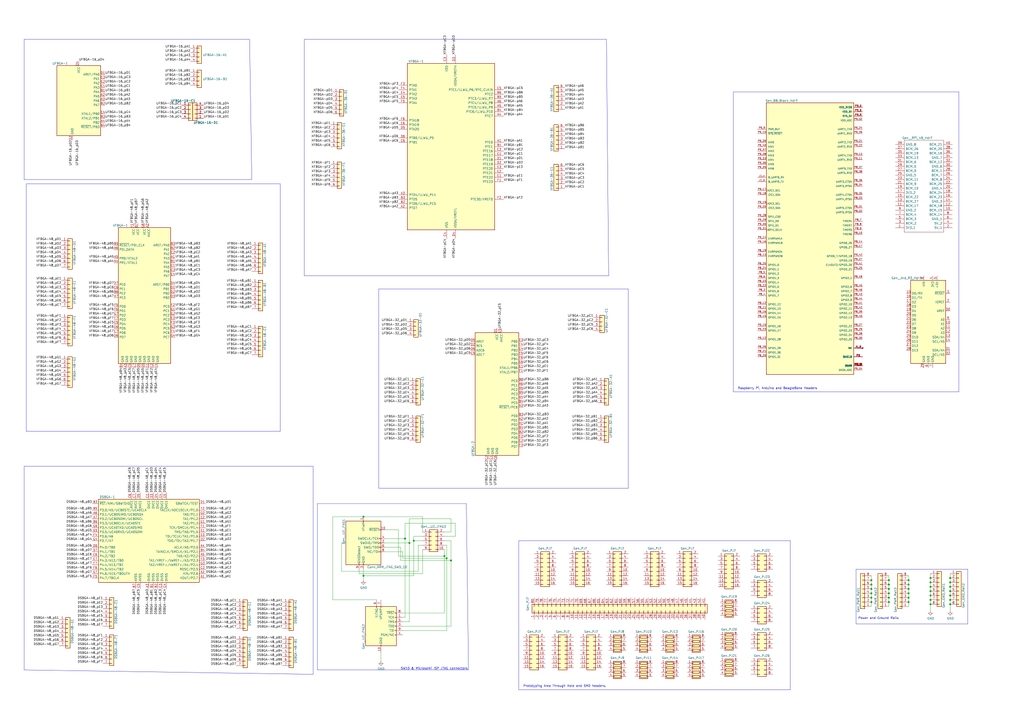
<source format=kicad_sch>
(kicad_sch (version 20230121) (generator eeschema)
  (paper "A2")
  (junction (at 539.75 337.82))
  (junction (at 210.82 334.01))
  (junction (at 505.46 349.25))
  (junction (at 539.75 345.44))
  (junction (at 505.46 344.17))
  (junction (at 539.75 350.52))
  (junction (at 515.62 339.09))
  (junction (at 505.46 346.71))
  (junction (at 551.18 347.98))
  (junction (at 551.18 350.52))
  (junction (at 515.62 336.55))
  (junction (at 261.62 325.12))
  (junction (at 234.95 312.42))
  (junction (at 515.62 346.71))
  (junction (at 240.03 313.69))
  (junction (at 257.81 322.58))
  (junction (at 505.46 339.09))
  (junction (at 259.08 323.85))
  (junction (at 515.62 341.63))
  (junction (at 505.46 336.55))
  (junction (at 210.82 299.72))
  (junction (at 237.49 314.96))
  (junction (at 539.75 335.28))
  (junction (at 539.75 342.9))
  (junction (at 515.62 349.25))
  (junction (at 527.05 341.63))
  (junction (at 527.05 349.25))
  (junction (at 527.05 346.71))
  (junction (at 505.46 341.63))
  (junction (at 551.18 342.9))
  (junction (at 551.18 337.82))
  (junction (at 551.18 335.28))
  (junction (at 515.62 344.17))
  (junction (at 551.18 345.44))
  (junction (at 527.05 339.09))
  (junction (at 539.75 340.36))
  (junction (at 539.75 347.98))
  (junction (at 527.05 336.55))
  (junction (at 527.05 344.17))
  (junction (at 551.18 340.36))
  (wire (pts (xy 551.18 337.82) (xy 551.18 340.36)))
  (wire (pts (xy 223.52 312.42) (xy 234.95 312.42)))
  (polyline (pts (xy 162.56 106.68) (xy 162.56 250.19)))
  (wire (pts (xy 261.62 313.69) (xy 261.62 325.12)))
  (wire (pts (xy 257.81 355.6) (xy 233.68 355.6)))
  (wire (pts (xy 198.12 331.47) (xy 198.12 314.96)))
  (wire (pts (xy 237.49 314.96) (xy 237.49 360.68)))
  (wire (pts (xy 515.62 349.25) (xy 515.62 351.79)))
  (wire (pts (xy 223.52 314.96) (xy 237.49 314.96)))
  (wire (pts (xy 232.41 325.12) (xy 261.62 325.12)))
  (wire (pts (xy 259.08 316.23) (xy 259.08 323.85)))
  (wire (pts (xy 515.62 341.63) (xy 515.62 344.17)))
  (wire (pts (xy 261.62 300.99) (xy 237.49 300.99)))
  (wire (pts (xy 245.11 332.74) (xy 245.11 318.77)))
  (polyline (pts (xy 162.56 250.19) (xy 15.24 250.19)))
  (wire (pts (xy 527.05 344.17) (xy 527.05 346.71)))
  (wire (pts (xy 505.46 334.01) (xy 505.46 336.55)))
  (polyline (pts (xy 458.47 400.05) (xy 300.99 400.05)))
  (wire (pts (xy 193.04 299.72) (xy 210.82 299.72)))
  (wire (pts (xy 551.18 350.52) (xy 551.18 354.33)))
  (wire (pts (xy 539.75 342.9) (xy 539.75 345.44)))
  (wire (pts (xy 261.62 308.61) (xy 261.62 300.99)))
  (wire (pts (xy 237.49 300.99) (xy 237.49 314.96)))
  (wire (pts (xy 515.62 344.17) (xy 515.62 346.71)))
  (wire (pts (xy 505.46 339.09) (xy 505.46 341.63)))
  (polyline (pts (xy 496.57 330.2) (xy 561.34 330.2)))
  (wire (pts (xy 505.46 341.63) (xy 505.46 344.17)))
  (wire (pts (xy 223.52 317.5) (xy 232.41 317.5)))
  (wire (pts (xy 527.05 336.55) (xy 527.05 339.09)))
  (wire (pts (xy 257.81 316.23) (xy 259.08 316.23)))
  (wire (pts (xy 264.16 311.15) (xy 264.16 303.53)))
  (polyline (pts (xy 176.53 160.02) (xy 176.53 22.86)))
  (polyline (pts (xy 144.78 22.86) (xy 146.05 104.14)))
  (wire (pts (xy 257.81 308.61) (xy 261.62 308.61)))
  (wire (pts (xy 257.81 311.15) (xy 264.16 311.15)))
  (polyline (pts (xy 15.24 250.19) (xy 15.24 106.68)))
  (wire (pts (xy 527.05 341.63) (xy 527.05 344.17)))
  (wire (pts (xy 551.18 347.98) (xy 551.18 350.52)))
  (wire (pts (xy 539.75 337.82) (xy 539.75 340.36)))
  (wire (pts (xy 242.57 331.47) (xy 198.12 331.47)))
  (wire (pts (xy 505.46 349.25) (xy 505.46 351.79)))
  (wire (pts (xy 193.04 347.98) (xy 193.04 299.72)))
  (wire (pts (xy 539.75 347.98) (xy 539.75 350.52)))
  (wire (pts (xy 240.03 311.15) (xy 245.11 311.15)))
  (wire (pts (xy 264.16 303.53) (xy 234.95 303.53)))
  (wire (pts (xy 234.95 312.42) (xy 234.95 358.14)))
  (wire (pts (xy 551.18 335.28) (xy 551.18 337.82)))
  (polyline (pts (xy 458.47 313.69) (xy 458.47 400.05)))
  (wire (pts (xy 210.82 299.72) (xy 245.11 299.72)))
  (wire (pts (xy 505.46 336.55) (xy 505.46 339.09)))
  (wire (pts (xy 551.18 342.9) (xy 551.18 345.44)))
  (wire (pts (xy 245.11 316.23) (xy 242.57 316.23)))
  (wire (pts (xy 208.28 330.2) (xy 208.28 332.74)))
  (wire (pts (xy 223.52 307.34) (xy 231.14 307.34)))
  (wire (pts (xy 234.95 358.14) (xy 233.68 358.14)))
  (wire (pts (xy 240.03 313.69) (xy 240.03 334.01)))
  (wire (pts (xy 210.82 334.01) (xy 210.82 336.55)))
  (wire (pts (xy 259.08 323.85) (xy 233.68 323.85)))
  (polyline (pts (xy 561.34 330.2) (xy 561.34 361.95)))
  (wire (pts (xy 515.62 339.09) (xy 515.62 341.63)))
  (wire (pts (xy 527.05 346.71) (xy 527.05 349.25)))
  (wire (pts (xy 505.46 346.71) (xy 505.46 349.25)))
  (wire (pts (xy 242.57 316.23) (xy 242.57 331.47)))
  (wire (pts (xy 223.52 320.04) (xy 233.68 320.04)))
  (polyline (pts (xy 15.24 106.68) (xy 162.56 106.68)))
  (polyline (pts (xy 300.99 313.69) (xy 458.47 313.69)))
  (polyline (pts (xy 13.97 104.14) (xy 13.97 22.86)))
  (wire (pts (xy 539.75 340.36) (xy 539.75 342.9)))
  (wire (pts (xy 233.68 320.04) (xy 233.68 323.85)))
  (polyline (pts (xy 561.34 361.95) (xy 496.57 361.95)))
  (wire (pts (xy 198.12 314.96) (xy 200.66 314.96)))
  (wire (pts (xy 551.18 332.74) (xy 551.18 335.28)))
  (polyline (pts (xy 181.61 270.51) (xy 181.61 391.16)))
  (polyline (pts (xy 364.49 283.21) (xy 219.71 283.21)))
  (polyline (pts (xy 13.97 22.86) (xy 144.78 22.86)))
  (wire (pts (xy 231.14 322.58) (xy 257.81 322.58)))
  (wire (pts (xy 231.14 307.34) (xy 231.14 322.58)))
  (wire (pts (xy 240.03 334.01) (xy 210.82 334.01)))
  (polyline (pts (xy 13.97 270.51) (xy 181.61 270.51)))
  (polyline (pts (xy 219.71 283.21) (xy 219.71 167.64)))
  (wire (pts (xy 210.82 334.01) (xy 210.82 330.2)))
  (polyline (pts (xy 425.45 227.33) (xy 425.45 53.34)))
  (wire (pts (xy 539.75 345.44) (xy 539.75 347.98)))
  (wire (pts (xy 527.05 339.09) (xy 527.05 341.63)))
  (wire (pts (xy 551.18 345.44) (xy 551.18 347.98)))
  (wire (pts (xy 257.81 322.58) (xy 257.81 318.77)))
  (wire (pts (xy 240.03 311.15) (xy 240.03 313.69)))
  (polyline (pts (xy 556.26 227.33) (xy 425.45 227.33)))
  (wire (pts (xy 539.75 350.52) (xy 539.75 354.33)))
  (wire (pts (xy 539.75 332.74) (xy 539.75 335.28)))
  (wire (pts (xy 515.62 336.55) (xy 515.62 339.09)))
  (wire (pts (xy 245.11 313.69) (xy 240.03 313.69)))
  (polyline (pts (xy 271.78 388.62) (xy 184.15 388.62)))
  (wire (pts (xy 261.62 325.12) (xy 261.62 363.22)))
  (polyline (pts (xy 176.53 22.86) (xy 351.79 22.86)))
  (wire (pts (xy 237.49 360.68) (xy 233.68 360.68)))
  (wire (pts (xy 261.62 363.22) (xy 233.68 363.22)))
  (wire (pts (xy 505.46 344.17) (xy 505.46 346.71)))
  (wire (pts (xy 527.05 349.25) (xy 527.05 351.79)))
  (wire (pts (xy 515.62 346.71) (xy 515.62 349.25)))
  (wire (pts (xy 257.81 322.58) (xy 257.81 355.6)))
  (polyline (pts (xy 351.79 22.86) (xy 353.06 160.02)))
  (wire (pts (xy 259.08 365.76) (xy 233.68 365.76)))
  (wire (pts (xy 208.28 332.74) (xy 245.11 332.74)))
  (polyline (pts (xy 425.45 53.34) (xy 556.26 53.34)))
  (polyline (pts (xy 300.99 400.05) (xy 300.99 313.69)))
  (polyline (pts (xy 364.49 167.64) (xy 364.49 283.21)))
  (wire (pts (xy 515.62 334.01) (xy 515.62 336.55)))
  (wire (pts (xy 257.81 313.69) (xy 261.62 313.69)))
  (wire (pts (xy 259.08 323.85) (xy 259.08 365.76)))
  (wire (pts (xy 220.98 378.46) (xy 220.98 383.54)))
  (polyline (pts (xy 184.15 388.62) (xy 184.15 292.1)))
  (wire (pts (xy 527.05 334.01) (xy 527.05 336.55)))
  (polyline (pts (xy 146.05 104.14) (xy 13.97 104.14)))
  (polyline (pts (xy 184.15 292.1) (xy 270.51 292.1)))
  (polyline (pts (xy 13.97 388.62) (xy 13.97 270.51)))
  (polyline (pts (xy 219.71 167.64) (xy 364.49 167.64)))
  (wire (pts (xy 232.41 317.5) (xy 232.41 325.12)))
  (polyline (pts (xy 496.57 361.95) (xy 496.57 330.2)))
  (wire (pts (xy 245.11 299.72) (xy 245.11 308.61)))
  (wire (pts (xy 551.18 340.36) (xy 551.18 342.9)))
  (wire (pts (xy 218.44 347.98) (xy 193.04 347.98)))
  (polyline (pts (xy 181.61 391.16) (xy 13.97 388.62)))
  (wire (pts (xy 234.95 303.53) (xy 234.95 312.42)))
  (wire (pts (xy 539.75 335.28) (xy 539.75 337.82)))
  (polyline (pts (xy 353.06 160.02) (xy 176.53 160.02)))
  (polyline (pts (xy 556.26 53.34) (xy 556.26 227.33)))
  (polyline (pts (xy 270.51 292.1) (xy 271.78 388.62)))
  (text "Raspberry Pi, Arduino and BeagleBone Headers" (at 427.99 226.06 0) (effects (font (size 1.27 1.27)) (justify left bottom)))
  (text "Power and Ground Rails\n" (at 497.84 359.41 0) (effects (font (size 1.27 1.27)) (justify left bottom)))
  (text "Prototyping Area Through Hole and SMD headers." (at 303.53 398.78 0) (effects (font (size 1.27 1.27)) (justify left bottom)))
  (text "SW10 & Microsemi ISP JTAG connectors" (at 232.41 388.62 0) (effects (font (size 1.27 1.27)) (justify left bottom)))
  (label "XFBGA-pA2" (at 327.66 60.96 0))
  (label "XFBGA-pC6" (at 231.14 82.55 180))
  (label "XFBGA-pF2" (at 292.1 115.57 0))
  (label "DSBGA-48_pF4" (at 59.69 377.19 180))
  (label "UFBGA-32_pB1" (at 346.71 242.57 180))
  (label "VFBGA-48_pF4" (at 35.56 191.77 180))
  (label "UFBGA-32_pA1" (at 346.71 220.98 180))
  (label "DSBGA-48_pC2" (at 119.38 330.2 0))
  (label "XFBGA-pB2" (at 327.66 83.82 0))
  (label "DSBGA-48_pB2" (at 163.83 373.38 180))
  (label "UFBGA-32_pC6" (at 288.29 266.7 270))
  (label "UFBGA-32_pF3" (at 303.53 259.08 0))
  (label "VFBGA-48_pD5" (at 35.56 149.86 180))
  (label "UFBGA-32_pE6" (at 237.49 233.68 180))
  (label "DSBGA-48_pC1" (at 86.36 285.75 90))
  (label "XFBGA-pC1" (at 327.66 109.22 0))
  (label "UFBGA-16_pB4" (at 110.49 49.53 180))
  (label "VFBGA-48_pC6" (at 66.04 167.64 180))
  (label "DSBGA-48_pD3" (at 137.16 375.92 180))
  (label "UFBGA-16_pA2" (at 110.49 30.48 180))
  (label "XFBGA-pB1" (at 292.1 85.09 0))
  (label "XFBGA-pA1" (at 292.1 82.55 0))
  (label "DSBGA-48_pE3" (at 59.69 353.06 180))
  (label "XFBGA-pD6" (at 231.14 80.01 180))
  (label "UFBGA-32_pA5" (at 346.71 231.14 180))
  (label "DSBGA-48_pA7" (at 53.34 300.99 180))
  (label "DSBGA-48_pB6" (at 163.83 383.54 180))
  (label "XFBGA-pE5" (at 231.14 57.15 180))
  (label "XFBGA-pF1" (at 292.1 105.41 0))
  (label "DSBGA-48_pF2" (at 119.38 295.91 0))
  (label "DSBGA-48_pE2" (at 119.38 300.99 0))
  (label "DSBGA-48_pF1" (at 59.69 369.57 180))
  (label "VFBGA-48_pE7" (at 35.56 177.8 180))
  (label "VFBGA-48_pG4" (at 101.6 195.58 0))
  (label "UFBGA-32_pF2" (at 303.53 254 0))
  (label "VFBGA-48_pC7" (at 78.74 213.36 270))
  (label "VFBGA-48_pD3" (at 101.6 172.72 0))
  (label "XFBGA-pC1" (at 292.1 90.17 0))
  (label "DSBGA-48_pF4" (at 53.34 311.15 180))
  (label "VFBGA-48_pB4" (at 71.12 213.36 270))
  (label "UFBGA-16_pC3" (at 60.96 45.72 0))
  (label "XFBGA-pD5" (at 193.04 63.5 180))
  (label "VFBGA-48_pD4" (at 35.56 147.32 180))
  (label "UFBGA-32_pA6" (at 303.53 223.52 0))
  (label "VFBGA-48_pC5" (at 146.05 200.66 180))
  (label "DSBGA-48_pF2" (at 59.69 372.11 180))
  (label "UFBGA-32_pF4" (at 303.53 200.66 0))
  (label "VFBGA-48_pC6" (at 146.05 203.2 180))
  (label "UFBGA-32_pC1" (at 344.17 184.15 180))
  (label "DSBGA-48_pB4" (at 119.38 320.04 0))
  (label "XFBGA-pE5" (at 191.77 82.55 180))
  (label "DSBGA-48_pB2" (at 91.44 341.63 270))
  (label "XFBGA-pB2" (at 231.14 118.11 180))
  (label "UFBGA-32_pD5" (at 273.05 198.12 180))
  (label "DSBGA-48_pE1" (at 59.69 347.98 180))
  (label "DSBGA-48_pA1" (at 163.83 349.25 180))
  (label "VFBGA-48_pA3" (at 73.66 213.36 270))
  (label "DSBGA-48_pD2" (at 119.38 313.69 0))
  (label "VFBGA-48_pA2" (at 86.36 129.54 90))
  (label "UFBGA-32_pD5" (at 236.22 191.77 180))
  (label "XFBGA-pE1" (at 191.77 72.39 180))
  (label "UFBGA-16_pA4" (at 60.96 71.12 0))
  (label "UFBGA-16_pD3" (at 45.72 81.28 270))
  (label "UFBGA-32_pA2" (at 303.53 243.84 0))
  (label "XFBGA-pE4" (at 191.77 80.01 180))
  (label "UFBGA-32_pD1" (at 236.22 186.69 180))
  (label "DSBGA-48_pE4" (at 59.69 355.6 180))
  (label "VFBGA-48_pD1" (at 101.6 167.64 0))
  (label "XFBGA-pF1" (at 191.77 95.25 180))
  (label "DSBGA-48_pA5" (at 119.38 322.58 0))
  (label "VFBGA-48_pE7" (at 66.04 193.04 180))
  (label "UFBGA-32_pF6" (at 237.49 255.27 180))
  (label "UFBGA-32_pB2" (at 346.71 245.11 180))
  (label "DSBGA-48_pB3" (at 53.34 292.1 180))
  (label "VFBGA-48_pB1" (at 101.6 152.4 0))
  (label "UFBGA-32_pF1" (at 237.49 242.57 180))
  (label "DSBGA-48_pB1" (at 88.9 341.63 270))
  (label "DSBGA-48_pA3" (at 163.83 354.33 180))
  (label "DSBGA-48_pD7" (at 137.16 386.08 180))
  (label "VFBGA-48_pG6" (at 83.82 129.54 90))
  (label "VFBGA-48_pG1" (at 35.56 208.28 180))
  (label "UFBGA-32_pC2" (at 283.21 266.7 270))
  (label "DSBGA-48_pC5" (at 137.16 359.41 180))
  (label "UFBGA-16_pC1" (at 105.41 60.96 180))
  (label "VFBGA-48_pG5" (at 35.56 218.44 180))
  (label "XFBGA-pD3" (at 264.16 31.75 90))
  (label "DSBGA-48_pB5" (at 163.83 381 180))
  (label "UFBGA-32_pC5" (at 273.05 205.74 180))
  (label "XFBGA-pA5" (at 327.66 53.34 0))
  (label "DSBGA-48_pG1" (at 119.38 303.53 0))
  (label "VFBGA-48_pA7" (at 66.04 172.72 180))
  (label "VFBGA-48_pA5" (at 146.05 152.4 180))
  (label "XFBGA-pD6" (at 193.04 66.04 180))
  (label "XFBGA-pB6" (at 292.1 54.61 0))
  (label "VFBGA-48_pG7" (at 35.56 223.52 180))
  (label "UFBGA-16_pC2" (at 60.96 48.26 0))
  (label "DSBGA-48_pB5" (at 53.34 295.91 180))
  (label "VFBGA-48_pB5" (at 66.04 142.24 180))
  (label "XFBGA-pB6" (at 327.66 73.66 0))
  (label "XFBGA-pE2" (at 191.77 74.93 180))
  (label "VFBGA-48_pC7" (at 146.05 205.74 180))
  (label "DSBGA-48_pD4" (at 91.44 285.75 90))
  (label "DSBGA-48_pB6" (at 53.34 303.53 180))
  (label "VFBGA-48_pE4" (at 91.44 213.36 270))
  (label "XFBGA-pD4" (at 264.16 138.43 270))
  (label "UFBGA-32_pA6" (at 346.71 233.68 180))
  (label "XFBGA-pC6" (at 327.66 96.52 0))
  (label "VFBGA-48_pG7" (at 66.04 182.88 180))
  (label "DSBGA-48_pC4" (at 96.52 341.63 270))
  (label "UFBGA-16_pB2" (at 60.96 60.96 0))
  (label "VFBGA-48_pC1" (at 146.05 190.5 180))
  (label "UFBGA-16_pA3" (at 110.49 33.02 180))
  (label "UFBGA-32_pA1" (at 303.53 246.38 0))
  (label "UFBGA-32_pC5" (at 344.17 189.23 180))
  (label "VFBGA-48_pA4" (at 146.05 149.86 180))
  (label "DSBGA-48_pD6" (at 137.16 383.54 180))
  (label "VFBGA-48_pB1" (at 146.05 163.83 180))
  (label "VFBGA-48_pC4" (at 146.05 198.12 180))
  (label "DSBGA-48_pC7" (at 78.74 285.75 90))
  (label "VFBGA-48_pE6" (at 66.04 190.5 180))
  (label "DSBGA-48_pD2" (at 137.16 373.38 180))
  (label "XFBGA-pC4" (at 259.08 138.43 270))
  (label "VFBGA-48_pF6" (at 35.56 196.85 180))
  (label "UFBGA-16_pC4" (at 105.41 68.58 180))
  (label "UFBGA-32_pE4" (at 303.53 203.2 0))
  (label "DSBGA-48_pA6" (at 163.83 361.95 180))
  (label "XFBGA-pD3" (at 193.04 58.42 180))
  (label "DSBGA-48_pG5" (at 34.29 369.57 180))
  (label "DSBGA-48_pF5" (at 59.69 379.73 180))
  (label "UFBGA-16_pC4" (at 60.96 66.04 0))
  (label "DSBGA-48_pF6" (at 59.69 382.27 180))
  (label "VFBGA-48_pA4" (at 66.04 152.4 180))
  (label "UFBGA-16_pB1" (at 110.49 41.91 180))
  (label "DSBGA-48_pD4" (at 137.16 378.46 180))
  (label "UFBGA-16_pB3" (at 110.49 46.99 180))
  (label "XFBGA-pE3" (at 191.77 77.47 180))
  (label "XFBGA-pB3" (at 327.66 81.28 0))
  (label "VFBGA-48_pF7" (at 35.56 199.39 180))
  (label "VFBGA-48_pD7" (at 66.04 165.1 180))
  (label "VFBGA-48_pG2" (at 35.56 210.82 180))
  (label "XFBGA-pD1" (at 292.1 92.71 0))
  (label "UFBGA-32_pB6" (at 346.71 255.27 180))
  (label "DSBGA-48_pF6" (at 53.34 330.2 180))
  (label "UFBGA-32_pE1" (at 237.49 220.98 180))
  (label "DSBGA-48_pD3" (at 88.9 285.75 90))
  (label "VFBGA-48_pC3" (at 101.6 157.48 0))
  (label "VFBGA-48_pD4" (at 101.6 165.1 0))
  (label "DSBGA-48_pF5" (at 53.34 335.28 180))
  (label "UFBGA-32_pF3" (at 237.49 247.65 180))
  (label "DSBGA-48_pE3" (at 119.38 311.15 0))
  (label "DSBGA-48_pA4" (at 163.83 356.87 180))
  (label "UFBGA-32_pF1" (at 303.53 215.9 0))
  (label "UFBGA-32_pB6" (at 303.53 220.98 0))
  (label "XFBGA-pB4" (at 292.1 64.77 0))
  (label "VFBGA-48_pF5" (at 66.04 177.8 180))
  (label "UFBGA-16_pB3" (at 60.96 68.58 0))
  (label "XFBGA-pB1" (at 327.66 86.36 0))
  (label "UFBGA-32_pB2" (at 303.53 251.46 0))
  (label "UFBGA-32_pB1" (at 303.53 248.92 0))
  (label "DSBGA-48_pE7" (at 53.34 325.12 180))
  (label "UFBGA-32_pD6" (at 236.22 194.31 180))
  (label "UFBGA-32_pB4" (at 303.53 233.68 0))
  (label "UFBGA-32_pE2" (at 303.53 256.54 0))
  (label "DSBGA-48_pB7" (at 78.74 341.63 270))
  (label "UFBGA-32_pA4" (at 303.53 231.14 0))
  (label "DSBGA-48_pC4" (at 137.16 356.87 180))
  (label "UFBGA-32_pE5" (at 237.49 231.14 180))
  (label "XFBGA-pA3" (at 327.66 58.42 0))
  (label "XFBGA-pC2" (at 292.1 87.63 0))
  (label "XFBGA-pF3" (at 191.77 100.33 180))
  (label "XFBGA-pB4" (at 327.66 78.74 0))
  (label "XFBGA-pA4" (at 292.1 67.31 0))
  (label "UFBGA-32_pE3" (at 237.49 226.06 180))
  (label "XFBGA-pF5" (at 231.14 59.69 180))
  (label "UFBGA-16_pB4" (at 60.96 73.66 0))
  (label "VFBGA-48_pA1" (at 101.6 149.86 0))
  (label "XFBGA-pC3" (at 259.08 31.75 90))
  (label "VFBGA-48_pE5" (at 66.04 187.96 180))
  (label "DSBGA-48_pE5" (at 59.69 358.14 180))
  (label "VFBGA-48_pE2" (at 35.56 165.1 180))
  (label "UFBGA-32_pA4" (at 346.71 228.6 180))
  (label "VFBGA-48_pF2" (at 101.6 177.8 0))
  (label "DSBGA-48_pC1" (at 137.16 349.25 180))
  (label "UFBGA-16_pB2" (at 110.49 44.45 180))
  (label "VFBGA-48_pB6" (at 146.05 176.53 180))
  (label "DSBGA-48_pC7" (at 137.16 364.49 180))
  (label "VFBGA-48_pF6" (at 66.04 180.34 180))
  (label "UFBGA-16_pC3" (at 105.41 66.04 180))
  (label "XFBGA-pE4" (at 231.14 54.61 180))
  (label "XFBGA-pB5" (at 292.1 57.15 0))
  (label "XFBGA-pD1" (at 193.04 53.34 180))
  (label "UFBGA-32_pE1" (at 303.53 213.36 0))
  (label "VFBGA-48_pG5" (at 83.82 213.36 270))
  (label "XFBGA-pD2" (at 292.1 95.25 0))
  (label "DSBGA-48_pD1" (at 119.38 292.1 0))
  (label "XFBGA-pE6" (at 231.14 72.39 180))
  (label "XFBGA-pF6" (at 231.14 69.85 180))
  (label "DSBGA-48_pG1" (at 34.29 359.41 180))
  (label "UFBGA-16_pD4" (at 45.72 35.56 0))
  (label "DSBGA-48_pF3" (at 59.69 374.65 180))
  (label "XFBGA-pE3" (at 292.1 97.79 0))
  (label "UFBGA-32_pC2" (at 344.17 186.69 180))
  (label "DSBGA-48_pB1" (at 163.83 370.84 180))
  (label "DSBGA-48_pE6" (at 53.34 322.58 180))
  (label "VFBGA-48_pF3" (at 35.56 189.23 180))
  (label "DSBGA-48_pF1" (at 119.38 306.07 0))
  (label "VFBGA-48_pE2" (at 88.9 213.36 270))
  (label "VFBGA-48_pB2" (at 146.05 166.37 180))
  (label "XFBGA-pA6" (at 292.1 59.69 0))
  (label "DSBGA-48_pG2" (at 119.38 298.45 0))
  (label "UFBGA-16_pD1" (at 118.11 68.58 0))
  (label "UFBGA-16_pD3" (at 118.11 63.5 0))
  (label "DSBGA-48_pD5" (at 137.16 381 180))
  (label "VFBGA-48_pB7" (at 80.01 129.54 90))
  (label "VFBGA-48_pF1" (at 77.47 129.54 90))
  (label "UFBGA-16_pD2" (at 41.91 81.28 270))
  (label "DSBGA-48_pG5" (at 53.34 308.61 180))
  (label "VFBGA-48_pC3" (at 146.05 195.58 180))
  (label "VFBGA-48_pB2" (at 101.6 144.78 0))
  (label "DSBGA-48_pG6" (at 34.29 372.11 180))
  (label "UFBGA-16_pA4" (at 110.49 35.56 180))
  (label "DSBGA-48_pA2" (at 163.83 351.79 180))
  (label "UFBGA-32_pF6" (at 303.53 208.28 0))
  (label "DSBGA-48_pA5" (at 163.83 359.41 180))
  (label "DSBGA-48_pF7" (at 59.69 384.81 180))
  (label "VFBGA-48_pG6" (at 35.56 220.98 180))
  (label "VFBGA-48_pD1" (at 35.56 139.7 180))
  (label "DSBGA-48_pG4" (at 34.29 367.03 180))
  (label "UFBGA-16_pA3" (at 60.96 58.42 0))
  (label "VFBGA-48_pD6" (at 66.04 195.58 180))
  (label "XFBGA-pC3" (at 327.66 104.14 0))
  (label "DSBGA-48_pD7" (at 53.34 320.04 180))
  (label "DSBGA-48_pB7" (at 163.83 386.08 180))
  (label "DSBGA-48_pF3" (at 119.38 325.12 0))
  (label "XFBGA-pE6" (at 191.77 85.09 180))
  (label "VFBGA-48_pB7" (at 146.05 179.07 180))
  (label "VFBGA-48_pE5" (at 35.56 172.72 180))
  (label "DSBGA-48_pA6" (at 53.34 298.45 180))
  (label "VFBGA-48_pG4" (at 35.56 215.9 180))
  (label "UFBGA-32_pE5" (at 290.83 190.5 90))
  (label "VFBGA-48_pE6" (at 35.56 175.26 180))
  (label "DSBGA-48_pC6" (at 76.2 285.75 90))
  (label "VFBGA-48_pD7" (at 35.56 154.94 180))
  (label "VFBGA-48_pA6" (at 146.05 154.94 180))
  (label "UFBGA-32_pB4" (at 346.71 250.19 180))
  (label "VFBGA-48_pA1" (at 146.05 142.24 180))
  (label "UFBGA-32_pB3" (at 346.71 247.65 180))
  (label "VFBGA-48_pD2" (at 101.6 170.18 0))
  (label "UFBGA-32_pD2" (at 273.05 200.66 180))
  (label "VFBGA-48_pB3" (at 101.6 142.24 0))
  (label "DSBGA-48_pD6" (at 53.34 317.5 180))
  (label "DSBGA-48_pG4" (at 53.34 313.69 180))
  (label "UFBGA-32_pA3" (at 346.71 226.06 180))
  (label "DSBGA-48_pC3" (at 93.98 341.63 270))
  (label "DSBGA-48_pA1" (at 119.38 335.28 0))
  (label "VFBGA-48_pD3" (at 35.56 144.78 180))
  (label "DSBGA-48_pC3" (at 137.16 354.33 180))
  (label "UFBGA-16_pC2" (at 105.41 63.5 180))
  (label "XFBGA-pC2" (at 327.66 106.68 0))
  (label "VFBGA-48_pC1" (at 101.6 154.94 0))
  (label "VFBGA-48_pG3" (at 101.6 190.5 0))
  (label "UFBGA-32_pD2" (at 236.22 189.23 180))
  (label "VFBGA-48_pF7" (at 66.04 185.42 180))
  (label "UFBGA-32_pC6" (at 344.17 191.77 180))
  (label "UFBGA-32_pB3" (at 303.53 241.3 0))
  (label "DSBGA-48_pE2" (at 59.69 350.52 180))
  (label "UFBGA-32_pF5" (at 303.53 205.74 0))
  (label "XFBGA-pB3" (at 231.14 115.57 180))
  (label "VFBGA-48_pF1" (at 35.56 184.15 180))
  (label "UFBGA-32_pF4" (at 237.49 250.19 180))
  (label "XFBGA-pC5" (at 292.1 52.07 0))
  (label "VFBGA-48_pG3" (at 35.56 213.36 180))
  (label "UFBGA-16_pC1" (at 60.96 50.8 0))
  (label "DSBGA-48_pG6" (at 53.34 306.07 180))
  (label "UFBGA-16_pA1" (at 110.49 27.94 180))
  (label "UFBGA-32_pB5" (at 303.53 228.6 0))
  (label "VFBGA-48_pF4" (at 101.6 193.04 0))
  (label "DSBGA-48_pC5" (at 81.28 341.63 270))
  (label "DSBGA-48_pE7" (at 59.69 363.22 180))
  (label "DSBGA-48_pG3" (at 119.38 327.66 0))
  (label "VFBGA-48_pC5" (at 76.2 213.36 270))
  (label "UFBGA-32_pA3" (at 303.53 236.22 0))
  (label "XFBGA-pA1" (at 327.66 63.5 0))
  (label "DSBGA-48_pG3" (at 34.29 364.49 180))
  (label "VFBGA-48_pD6" (at 35.56 152.4 180))
  (label "DSBGA-48_pA2" (at 119.38 332.74 0))
  (label "UFBGA-32_pF5" (at 237.49 252.73 180))
  (label "XFBGA-pA5" (at 292.1 62.23 0))
  (label "DSBGA-48_pF7" (at 53.34 327.66 180))
  (label "VFBGA-48_pE1" (at 86.36 213.36 270))
  (label "UFBGA-32_pE4" (at 237.49 228.6 180))
  (label "UFBGA-16_pB1" (at 60.96 53.34 0))
  (label "XFBGA-pA6" (at 327.66 50.8 0))
  (label "VFBGA-48_pG2" (at 101.6 182.88 0))
  (label "DSBGA-48_pB4" (at 163.83 378.46 180))
  (label "VFBGA-48_pA5" (at 66.04 149.86 180))
  (label "DSBGA-48_pG7" (at 34.29 374.65 180))
  (label "XFBGA-pC4" (at 327.66 101.6 0))
  (label "VFBGA-48_pC2" (at 101.6 147.32 0))
  (label "XFBGA-pE1" (at 292.1 102.87 0))
  (label "DSBGA-48_pD5" (at 81.28 285.75 90))
  (label "VFBGA-48_pA2" (at 146.05 144.78 180))
  (label "UFBGA-16_pD2" (at 118.11 66.04 0))
  (label "VFBGA-48_pB5" (at 146.05 173.99 180))
  (label "DSBGA-48_pG7" (at 53.34 332.74 180))
  (label "UFBGA-32_pA5" (at 303.53 226.06 0))
  (label "VFBGA-48_pB4" (at 146.05 171.45 180))
  (label "UFBGA-16_pD1" (at 60.96 43.18 0))
  (label "UFBGA-32_pE3" (at 303.53 198.12 0))
  (label "XFBGA-pF4" (at 191.77 102.87 180))
  (label "DSBGA-48_pB3" (at 163.83 375.92 180))
  (label "VFBGA-48_pB6" (at 66.04 170.18 180))
  (label "VFBGA-48_pD2" (at 35.56 142.24 180))
  (label "XFBGA-pB5" (at 327.66 76.2 0))
  (label "XFBGA-pF3" (at 231.14 49.53 180))
  (label "VFBGA-48_pA7" (at 146.05 157.48 180))
  (label "VFBGA-48_pF2" (at 35.56 186.69 180))
  (label "XFBGA-pD5" (at 231.14 74.93 180))
  (label "DSBGA-48_pE1" (at 119.38 308.61 0))
  (label "DSBGA-48_pE4" (at 93.98 285.75 90))
  (label "VFBGA-48_pC2" (at 146.05 193.04 180))
  (label "VFBGA-48_pC4" (at 101.6 160.02 0))
  (label "XFBGA-pA2" (at 231.14 120.65 180))
  (label "VFBGA-48_pD5" (at 81.28 213.36 270))
  (label "VFBGA-48_pB3" (at 146.05 168.91 180))
  (label "UFBGA-32_pB5" (at 346.71 252.73 180))
  (label "DSBGA-48_pC2" (at 137.16 351.79 180))
  (label "XFBGA-pA3" (at 231.14 113.03 180))
  (label "DSBGA-48_pC6" (at 137.16 361.95 180))
  (label "XFBGA-pA4" (at 327.66 55.88 0))
  (label "DSBGA-48_pE5" (at 96.52 285.75 90))
  (label "XFBGA-pC5" (at 327.66 99.06 0))
  (label "DSBGA-48_pA7" (at 163.83 364.49 180))
  (label "XFBGA-pF5" (at 191.77 105.41 180))
  (label "VFBGA-48_pF5" (at 35.56 194.31 180))
  (label "UFBGA-32_pE2" (at 237.49 223.52 180))
  (label "DSBGA-48_pD1" (at 137.16 370.84 180))
  (label "XFBGA-pF4" (at 231.14 52.07 180))
  (label "UFBGA-32_pC1" (at 285.75 266.7 270))
  (label "VFBGA-48_pE1" (at 35.56 162.56 180))
  (label "UFBGA-32_pE6" (at 303.53 210.82 0))
  (label "VFBGA-48_pA3" (at 146.05 147.32 180))
  (label "DSBGA-48_pG2" (at 34.29 361.95 180))
  (label "UFBGA-32_pF2" (at 237.49 245.11 180))
  (label "UFBGA-16_pD4" (at 118.11 60.96 0))
  (label "DSBGA-48_pA4" (at 119.38 317.5 0))
  (label "VFBGA-48_pE3" (at 101.6 185.42 0))
  (label "DSBGA-48_pA3" (at 86.36 341.63 270))
  (label "VFBGA-48_pE4" (at 35.56 170.18 180))
  (label "XFBGA-pF2" (at 191.77 97.79 180))
  (label "UFBGA-16_pA2" (at 60.96 55.88 0))
  (label "VFBGA-48_pE3" (at 35.56 167.64 180))
  (label "DSBGA-48_pE6" (at 59.69 360.68 180))
  (label "VFBGA-48_pA6" (at 66.04 144.78 180))
  (label "XFBGA-pD4" (at 193.04 60.96 180))
  (label "UFBGA-32_pA2" (at 346.71 223.52 180))
  (label "XFBGA-pF6" (at 191.77 107.95 180))
  (label "VFBGA-48_pG1" (at 101.6 180.34 0))
  (label "VFBGA-48_pF3" (at 101.6 187.96 0))
  (label "UFBGA-32_pD6" (at 273.05 203.2 180))
  (label "XFBGA-pD2" (at 193.04 55.88 180))
  (symbol (lib_id "MCU_Microchip_ATmega:ATmega168A-CCU") (at 288.29 228.6 0) (unit 1)
    (property "Reference" "UFBGA-2" (at 274.32 260.35 90))
    (property "Value" "ATmega168A-CCU" (effects hide))
    (property "Footprint" "Package_BGA:UFBGA-32_4.0x4.0mm_Layout6x6_P0.5mm" (effects hide))
    (property "Datasheet" "http://ww1.microchip.com/downloads/en/DeviceDoc/ATmega48A_88A_168A-Data-Sheet-40002007A.pdf" (effects hide))
  )
  (symbol (lib_id "MCU_NXP_Kinetis:MKL17Z32VDA4") (at 261.62 85.09 0) (unit 1)
    (property "Reference" "XFBGA-1" (at 241.3 35.56 0))
    (property "Value" "MKL17Z32VDA4" (effects hide))
    (property "Footprint" "Package_BGA:XFBGA-36_3.5x3.5mm_Layout6x6_P0.5mm" (effects hide))
    (property "Datasheet" "http://www.nxp.com/docs/en/data-sheet/KL17P64M48SF2.pdf" (effects hide))
  )
  (symbol (lib_id "MCU_Microchip_ATmega:ATxmega128D4-CU") (at 83.82 170.18 0) (unit 1)
    (property "Reference" "VFBGA-1" (at 69.85 130.81 0))
    (property "Value" "ATxmega128D4-CU" (effects hide))
    (property "Footprint" "Package_BGA:VFBGA-49_5.0x5.0mm_Layout7x7_P0.65mm" (effects hide))
    (property "Datasheet" "http://ww1.microchip.com/downloads/en/DeviceDoc/Atmel-8135-8-and-16-bit-AVR-microcontroller-ATxmega16D4-32D4-64D4-128D4_datasheet.pdf" (effects hide))
  )
  (symbol (lib_id "MCU_Texas_MSP430:MSP430G2744IYFF") (at 86.36 313.69 0) (unit 1)
    (property "Reference" "DSBGA-1" (at 62.23 288.29 0))
    (property "Value" "MSP430G2744IYFF" (effects hide))
    (property "Footprint" "Package_BGA:Texas_DSBGA-49_3.33x3.488mm_Layout7x7_P0.4mm" (effects hide))
    (property "Datasheet" "http://www.ti.com/lit/ds/symlink/msp430g2744.pdf" (effects hide))
  )
  (symbol (lib_id "MCU_Module:Arduino_UNO_R3") (at 538.48 185.42 0) (unit 1)
    (property "Reference" "Gen__Ard_R3_Hdr?" (at 525.78 161.29 0))
    (property "Value" "Arduino_UNO_R3" (effects hide))
    (property "Footprint" "Module:Arduino_UNO_R3" (effects hide))
    (property "Datasheet" "https://www.arduino.cc/en/Main/arduinoBoardUno" (effects hide))
    (instances (project "FPGAs-Ard_RPi_BB" (path "" (reference "Gen__Ard_R3_Hdr?") (unit 1)) (path "" (reference "Gen__Ard_R3_Hdr?") (unit 1)) (path "" (reference "Gen__Ard_R3_Hdr?") (unit 1)) (path "" (reference "Gen__Ard_R3_Hdr1") (unit 1)) (path "" (reference "Gen__Ard_R3_Hdr?") (unit 1))))
  )
  (symbol (lib_id "FPGAs-Ard_RPi_BB-rescue:RASPBERRY_PI_4B_+_Samtec_ESP-120-33-G-D-RASPBERRY_PI_4B_+_Samtec_ESP-1") (at 519.43 83.82 0) (unit 1)
    (property "Reference" "Gen__RPi_4B_Hdr?" (at 532.13 80.01 0))
    (property "Value" "RASPBERRY_PI_4B_+_Samtec_ESP-120-33-G-D" (effects hide))
    (property "Footprint" "RASPBERRY_PI_4B_+_Samtec_ESP-1:RASPBERRYPI4B4GB" (effects hide))
    (property "Datasheet" "https://www.raspberrypi.org/documentation/hardware/raspberrypi/mechanical/rpi_MECH_4b_4p0.pdf" (effects hide))
    (property "Description" "RASPBERRY PI 4 MODEL B with Samtec ESP-120-33-G-D connector drawn from underneath for use as a plug in module." (effects hide))
    (property "Height" "24.3" (effects hide))
    (property "Manufacturer_Name" "RASPBERRY-PI" (effects hide))
    (property "Manufacturer_Part_Number" "RASPBERRY PI 4B + Samtec ESP-120-33-G-D" (effects hide))
    (instances (project "FPGAs-Ard_RPi_BB" (path "" (reference "Gen__RPi_4B_Hdr?") (unit 1)) (path "" (reference "Gen__RPi_4B_Hdr?") (unit 1)) (path "" (reference "Gen__RPi_4B_Hdr?") (unit 1)) (path "" (reference "Gen__RPi_4B_Hdr1") (unit 1)) (path "" (reference "Gen__RPi_4B_Hdr?") (unit 1))))
  )
  (symbol (lib_id "FPGAs-Ard_RPi_BB-rescue:BEAGLEBONEBLACK-BEAGLEBONEBLACK") (at 469.9 138.43 0) (unit 1)
    (property "Reference" "Gen_BB_Black_Hdr?" (at 453.39 58.42 0))
    (property "Value" "BEAGLEBONEBLACK" (effects hide))
    (property "Footprint" "BEAGLEBONEBLACK:MODULE_BEAGLEBONEBLACK" (effects hide))
    (property "MANUFACTURER" "Bearings Limited" (effects hide))
    (property "MAXIMUM_PACKAGE_HEIGHT" "4.76 mm" (effects hide))
    (property "PARTREV" "C" (effects hide))
    (property "STANDARD" "Manufacturer Recommendations" (effects hide))
    (instances (project "FPGAs-Ard_RPi_BB" (path "" (reference "Gen_BB_Black_Hdr?") (unit 1)) (path "" (reference "Gen_BB_Black_Hdr?") (unit 1)) (path "" (reference "Gen_BB_Black_Hdr?") (unit 1)) (path "" (reference "Gen_BB_Black_Hdr1") (unit 1)) (path "" (reference "Gen_BB_Black_Hdr?") (unit 1))))
  )
  (symbol (lib_id "power:GND") (at 220.98 383.54 0) (unit 1)
    (property "Reference" "#PWR?" (effects hide))
    (property "Value" "GND" (at 221.107 387.9342 0))
    (instances (project "FPGAs-Ard_RPi_BB" (path "" (reference "#PWR?") (unit 1)) (path "" (reference "#PWR060") (unit 1)) (path "" (reference "#PWR?") (unit 1))))
  )
  (symbol (lib_id "Connector:Microsemi_FlashPro-JTAG-10") (at 220.98 363.22 0) (unit 1)
    (property "Reference" "Gen__U2_JTAG2" (at 210.82 361.95 90) (effects (justify right)))
    (property "Value" "Microsemi_FlashPro-JTAG-10" (effects hide))
    (property "Footprint" "Connector_PinSocket_2.54mm:PinSocket_2x04_P2.54mm_Vertical" (effects hide))
    (property "Datasheet" "https://www.microsemi.com/document-portal/doc_view/129973-lpf-ac386-an" (effects hide))
    (instances (project "FPGAs-Ard_RPi_BB" (path "" (reference "Gen__U2_JTAG2") (unit 1)) (path "" (reference "Gen__U2_JTAG?") (unit 1))))
  )
  (symbol (lib_id "Connector_Generic:Conn_02x05_Odd_Even") (at 250.19 313.69 0) (unit 1)
    (property "Reference" "Gen__U2_JTAG3" (at 251.46 305.435 0))
    (property "Value" "Conn_02x05_Odd_Even" (effects hide))
    (property "Footprint" "Connector_PinSocket_1.27mm:PinSocket_2x05_P1.27mm_Vertical" (effects hide))
    (instances (project "FPGAs-Ard_RPi_BB" (path "" (reference "Gen__U2_JTAG3") (unit 1)) (path "" (reference "Gen__U2_JTAG?") (unit 1))))
  )
  (symbol (lib_id "power:GND") (at 210.82 336.55 0) (unit 1)
    (property "Reference" "#PWR?" (effects hide))
    (property "Value" "GND" (at 210.947 340.9442 0))
    (instances (project "FPGAs-Ard_RPi_BB" (path "" (reference "#PWR?") (unit 1)) (path "" (reference "#PWR059") (unit 1)) (path "" (reference "#PWR?") (unit 1))))
  )
  (symbol (lib_id "Connector:Conn_ARM_JTAG_SWD_10") (at 210.82 314.96 0) (unit 1)
    (property "Reference" "Gen__U2_JTAG1" (at 199.39 300.99 90) (effects (justify right)))
    (property "Value" "Conn_ARM_JTAG_SWD_10" (at 236.22 328.93 0) (effects (justify right)))
    (property "Footprint" "JTAG_Connector:Tag-Connect_TC2050-IDC-FP_2x05_P1.27mm_Vertical" (effects hide))
    (property "Datasheet" "http://infocenter.arm.com/help/topic/com.arm.doc.ddi0314h/DDI0314H_coresight_components_trm.pdf" (effects hide))
    (instances (project "FPGAs-Ard_RPi_BB" (path "" (reference "Gen__U2_JTAG1") (unit 1)) (path "" (reference "Gen__U2_JTAG?") (unit 1))))
  )
  (symbol (lib_id "Connector_Generic:Conn_01x08") (at 500.38 344.17 180) (unit 1)
    (property "Reference" "Gen_PWR_Rail1" (at 497.84 347.98 90))
    (property "Value" "Conn_01x08" (effects hide))
    (property "Footprint" "Connector_PinHeader_1.00mm:PinHeader_1x08_P1.00mm_Vertical" (effects hide))
    (instances (project "FPGAs-Ard_RPi_BB" (path "" (reference "Gen_PWR_Rail1") (unit 1)) (path "" (reference "Gen_PWR_Rail?") (unit 1))))
  )
  (symbol (lib_id "power:GND") (at 539.75 354.33 0) (unit 1)
    (property "Reference" "#PWR?" (effects hide))
    (property "Value" "GND" (at 539.877 358.7242 0))
    (instances (project "FPGAs-Ard_RPi_BB" (path "" (reference "#PWR?") (unit 1)) (path "" (reference "#PWR061") (unit 1)) (path "" (reference "#PWR?") (unit 1))))
  )
  (symbol (lib_id "Connector_Generic:Conn_01x08") (at 544.83 340.36 0) (unit 1)
    (property "Reference" "Gen_GND_Rail1" (at 547.37 345.44 90))
    (property "Value" "Conn_01x08" (effects hide))
    (property "Footprint" "Connector_PinHeader_1.00mm:PinHeader_1x08_P1.00mm_Vertical" (effects hide))
    (instances (project "FPGAs-Ard_RPi_BB" (path "" (reference "Gen_GND_Rail1") (unit 1)) (path "" (reference "Gen_GND_Rail?") (unit 1))))
  )
  (symbol (lib_id "Connector_Generic:Conn_01x08") (at 510.54 344.17 180) (unit 1)
    (property "Reference" "Gen_PWR_Rail2" (at 508 347.98 90))
    (property "Value" "Conn_01x08" (effects hide))
    (property "Footprint" "Connector_PinHeader_1.00mm:PinHeader_1x08_P1.00mm_Vertical" (effects hide))
    (instances (project "FPGAs-Ard_RPi_BB" (path "" (reference "Gen_PWR_Rail2") (unit 1)) (path "" (reference "Gen_PWR_Rail?") (unit 1))))
  )
  (symbol (lib_id "Connector_Generic:Conn_01x08") (at 521.97 344.17 180) (unit 1)
    (property "Reference" "Gen_PWR_Rail3" (at 519.43 347.98 90))
    (property "Value" "Conn_01x08" (effects hide))
    (property "Footprint" "Connector_PinHeader_1.00mm:PinHeader_1x08_P1.00mm_Vertical" (effects hide))
    (instances (project "FPGAs-Ard_RPi_BB" (path "" (reference "Gen_PWR_Rail3") (unit 1)) (path "" (reference "Gen_PWR_Rail?") (unit 1))))
  )
  (symbol (lib_id "power:GND") (at 551.18 354.33 0) (unit 1)
    (property "Reference" "#PWR?" (effects hide))
    (property "Value" "GND" (at 551.307 358.7242 0))
    (instances (project "FPGAs-Ard_RPi_BB" (path "" (reference "#PWR?") (unit 1)) (path "" (reference "#PWR062") (unit 1)) (path "" (reference "#PWR?") (unit 1))))
  )
  (symbol (lib_id "Connector_Generic:Conn_01x08") (at 556.26 340.36 0) (unit 1)
    (property "Reference" "Gen_GND_Rail2" (at 558.8 345.44 90))
    (property "Value" "Conn_01x08" (effects hide))
    (property "Footprint" "Connector_PinHeader_1.00mm:PinHeader_1x08_P1.00mm_Vertical" (effects hide))
    (instances (project "FPGAs-Ard_RPi_BB" (path "" (reference "Gen_GND_Rail2") (unit 1)) (path "" (reference "Gen_GND_Rail?") (unit 1))))
  )
  (symbol (lib_id "Connector_Generic:Conn_02x08_Odd_Even") (at 314.96 328.93 0) (unit 1)
    (property "Reference" "Gen_PJ?" (at 316.23 318.135 0))
    (property "Value" "Conn_02x08_Odd_Even" (effects hide))
    (property "Footprint" "Connector_PinHeader_1.00mm:PinHeader_2x08_P1.00mm_Vertical" (effects hide))
    (instances (project "FPGAs-Ard_RPi_BB" (path "" (reference "Gen_PJ?") (unit 1)) (path "" (reference "Gen_PJ?") (unit 1)) (path "" (reference "Gen_PJ2") (unit 1))))
  )
  (symbol (lib_id "Connector_Generic:Conn_02x08_Odd_Even") (at 335.28 328.93 0) (unit 1)
    (property "Reference" "Gen_PJ?" (at 336.55 318.135 0))
    (property "Value" "Conn_02x08_Odd_Even" (effects hide))
    (property "Footprint" "Connector_PinHeader_1.00mm:PinHeader_2x08_P1.00mm_Vertical" (effects hide))
    (instances (project "FPGAs-Ard_RPi_BB" (path "" (reference "Gen_PJ?") (unit 1)) (path "" (reference "Gen_PJ?") (unit 1)) (path "" (reference "Gen_PJ4") (unit 1))))
  )
  (symbol (lib_id "Connector_Generic:Conn_02x08_Odd_Even") (at 356.87 328.93 0) (unit 1)
    (property "Reference" "Gen_PJ?" (at 358.14 318.135 0))
    (property "Value" "Conn_02x08_Odd_Even" (effects hide))
    (property "Footprint" "Connector_PinHeader_1.00mm:PinHeader_2x08_P1.00mm_Vertical_SMD" (effects hide))
    (instances (project "FPGAs-Ard_RPi_BB" (path "" (reference "Gen_PJ?") (unit 1)) (path "" (reference "Gen_PJ?") (unit 1)) (path "" (reference "Gen_PJ6") (unit 1))))
  )
  (symbol (lib_id "Connector_Generic:Conn_02x08_Odd_Even") (at 378.46 328.93 0) (unit 1)
    (property "Reference" "Gen_PJ?" (at 379.73 318.135 0))
    (property "Value" "Conn_02x08_Odd_Even" (effects hide))
    (property "Footprint" "Connector_PinHeader_1.00mm:PinHeader_2x08_P1.00mm_Vertical_SMD" (effects hide))
    (instances (project "FPGAs-Ard_RPi_BB" (path "" (reference "Gen_PJ?") (unit 1)) (path "" (reference "Gen_PJ?") (unit 1)) (path "" (reference "Gen_PJ12") (unit 1))))
  )
  (symbol (lib_id "Connector_Generic:Conn_02x08_Odd_Even") (at 397.51 328.93 0) (unit 1)
    (property "Reference" "Gen_PJ?" (at 398.78 318.135 0))
    (property "Value" "Conn_02x08_Odd_Even" (effects hide))
    (property "Footprint" "Connector_PinHeader_1.00mm:PinHeader_2x08_P1.00mm_Vertical_SMD" (effects hide))
    (instances (project "FPGAs-Ard_RPi_BB" (path "" (reference "Gen_PJ?") (unit 1)) (path "" (reference "Gen_PJ?") (unit 1)) (path "" (reference "Gen_PJ15") (unit 1))))
  )
  (symbol (lib_id "Connector_Generic:Conn_02x40_Counter_Clockwise") (at 358.14 354.33 90) (unit 1)
    (property "Reference" "Gen_PJ?" (at 306.07 354.33 0) (effects (justify left)))
    (property "Value" "Conn_02x40_Counter_Clockwise" (effects hide))
    (property "Footprint" "Connector_PinHeader_1.00mm:PinHeader_2x40_P1.00mm_Vertical_SMD" (effects hide))
    (instances (project "FPGAs-Ard_RPi_BB" (path "" (reference "Gen_PJ?") (unit 1)) (path "" (reference "Gen_PJ?") (unit 1)) (path "" (reference "Gen_PJ7") (unit 1))))
  )
  (symbol (lib_id "Connector_Generic:Conn_02x08_Odd_Even") (at 308.61 377.19 0) (unit 1)
    (property "Reference" "Gen_PJ?" (at 309.88 366.395 0))
    (property "Value" "Conn_02x08_Odd_Even" (effects hide))
    (property "Footprint" "Connector_PinHeader_1.00mm:PinHeader_2x08_P1.00mm_Vertical" (effects hide))
    (instances (project "FPGAs-Ard_RPi_BB" (path "" (reference "Gen_PJ?") (unit 1)) (path "" (reference "Gen_PJ?") (unit 1)) (path "" (reference "Gen_PJ1") (unit 1))))
  )
  (symbol (lib_id "Connector_Generic:Conn_02x08_Odd_Even") (at 325.12 377.19 0) (unit 1)
    (property "Reference" "Gen_PJ?" (at 326.39 366.395 0))
    (property "Value" "Conn_02x08_Odd_Even" (effects hide))
    (property "Footprint" "Connector_PinHeader_1.00mm:PinHeader_2x08_P1.00mm_Vertical" (effects hide))
    (instances (project "FPGAs-Ard_RPi_BB" (path "" (reference "Gen_PJ?") (unit 1)) (path "" (reference "Gen_PJ?") (unit 1)) (path "" (reference "Gen_PJ3") (unit 1))))
  )
  (symbol (lib_id "Device:R_Pack04") (at 358.14 374.65 270) (unit 1)
    (property "Reference" "Gen_PJ8" (at 358.14 366.395 90))
    (property "Value" "R_Pack04" (effects hide))
    (property "Footprint" "Resistor_SMD:R_Array_Convex_4x0603" (effects hide))
    (instances (project "FPGAs-Ard_RPi_BB" (path "" (reference "Gen_PJ8") (unit 1)) (path "" (reference "Gen_PJ?") (unit 1))))
  )
  (symbol (lib_id "Device:R_Pack04") (at 373.38 374.65 270) (unit 1)
    (property "Reference" "Gen_PJ10" (at 373.38 366.395 90))
    (property "Value" "R_Pack04" (effects hide))
    (property "Footprint" "Resistor_SMD:R_Array_Convex_4x0603" (effects hide))
    (instances (project "FPGAs-Ard_RPi_BB" (path "" (reference "Gen_PJ10") (unit 1)) (path "" (reference "Gen_PJ?") (unit 1))))
  )
  (symbol (lib_id "Device:R_Pack04") (at 388.62 374.65 270) (unit 1)
    (property "Reference" "Gen_PJ13" (at 388.62 366.395 90))
    (property "Value" "R_Pack04" (effects hide))
    (property "Footprint" "Resistor_SMD:R_Array_Convex_4x0603" (effects hide))
    (instances (project "FPGAs-Ard_RPi_BB" (path "" (reference "Gen_PJ13") (unit 1)) (path "" (reference "Gen_PJ?") (unit 1))))
  )
  (symbol (lib_id "Device:R_Pack04") (at 403.86 374.65 270) (unit 1)
    (property "Reference" "Gen_PJ16" (at 403.86 366.395 90))
    (property "Value" "R_Pack04" (effects hide))
    (property "Footprint" "Resistor_SMD:R_Array_Convex_4x0603" (effects hide))
    (instances (project "FPGAs-Ard_RPi_BB" (path "" (reference "Gen_PJ16") (unit 1)) (path "" (reference "Gen_PJ?") (unit 1))))
  )
  (symbol (lib_id "Device:R_Pack04") (at 358.14 389.89 270) (unit 1)
    (property "Reference" "Gen_PJ9" (at 358.14 381.635 90))
    (property "Value" "R_Pack04" (effects hide))
    (property "Footprint" "Resistor_SMD:R_Array_Convex_4x0603" (effects hide))
    (instances (project "FPGAs-Ard_RPi_BB" (path "" (reference "Gen_PJ9") (unit 1)) (path "" (reference "Gen_PJ?") (unit 1))))
  )
  (symbol (lib_id "Device:R_Pack04") (at 373.38 389.89 270) (unit 1)
    (property "Reference" "Gen_PJ11" (at 373.38 381.635 90))
    (property "Value" "R_Pack04" (effects hide))
    (property "Footprint" "Resistor_SMD:R_Array_Convex_4x0603" (effects hide))
    (instances (project "FPGAs-Ard_RPi_BB" (path "" (reference "Gen_PJ11") (unit 1)) (path "" (reference "Gen_PJ?") (unit 1))))
  )
  (symbol (lib_id "Device:R_Pack04") (at 388.62 389.89 270) (unit 1)
    (property "Reference" "Gen_PJ14" (at 388.62 381.635 90))
    (property "Value" "R_Pack04" (effects hide))
    (property "Footprint" "Resistor_SMD:R_Array_Convex_4x0603" (effects hide))
    (instances (project "FPGAs-Ard_RPi_BB" (path "" (reference "Gen_PJ14") (unit 1)) (path "" (reference "Gen_PJ?") (unit 1))))
  )
  (symbol (lib_id "Device:R_Pack04") (at 403.86 389.89 270) (unit 1)
    (property "Reference" "Gen_PJ17" (at 403.86 381.635 90))
    (property "Value" "R_Pack04" (effects hide))
    (property "Footprint" "Resistor_SMD:R_Array_Convex_4x0603" (effects hide))
    (instances (project "FPGAs-Ard_RPi_BB" (path "" (reference "Gen_PJ17") (unit 1)) (path "" (reference "Gen_PJ?") (unit 1))))
  )
  (symbol (lib_id "Connector_Generic:Conn_02x04_Odd_Even") (at 440.69 325.12 0) (unit 1)
    (property "Reference" "Gen_PJ22" (at 441.96 319.405 0))
    (property "Value" "Conn_02x04_Odd_Even" (effects hide))
    (property "Footprint" "Connector_PinHeader_2.54mm:PinHeader_2x04_P2.54mm_Vertical" (effects hide))
    (instances (project "FPGAs-Ard_RPi_BB" (path "" (reference "Gen_PJ22") (unit 1)) (path "" (reference "Gen_PJ?") (unit 1))))
  )
  (symbol (lib_id "Connector_Generic:Conn_02x04_Odd_Even") (at 440.69 340.36 0) (unit 1)
    (property "Reference" "Gen_PJ23" (at 441.96 334.645 0))
    (property "Value" "Conn_02x04_Odd_Even" (effects hide))
    (property "Footprint" "Connector_PinHeader_2.54mm:PinHeader_2x04_P2.54mm_Vertical" (effects hide))
    (instances (project "FPGAs-Ard_RPi_BB" (path "" (reference "Gen_PJ23") (unit 1)) (path "" (reference "Gen_PJ?") (unit 1))))
  )
  (symbol (lib_id "Connector_Generic:Conn_02x04_Odd_Even") (at 440.69 355.6 0) (unit 1)
    (property "Reference" "Gen_PJ24" (at 441.96 349.885 0))
    (property "Value" "Conn_02x04_Odd_Even" (effects hide))
    (property "Footprint" "Connector_PinHeader_2.54mm:PinHeader_2x04_P2.54mm_Vertical" (effects hide))
    (instances (project "FPGAs-Ard_RPi_BB" (path "" (reference "Gen_PJ24") (unit 1)) (path "" (reference "Gen_PJ?") (unit 1))))
  )
  (symbol (lib_id "Connector_Generic:Conn_02x04_Odd_Even") (at 440.69 370.84 0) (unit 1)
    (property "Reference" "Gen_PJ25" (at 441.96 365.125 0))
    (property "Value" "Conn_02x04_Odd_Even" (effects hide))
    (property "Footprint" "Connector_PinHeader_2.54mm:PinHeader_2x04_P2.54mm_Vertical" (effects hide))
    (instances (project "FPGAs-Ard_RPi_BB" (path "" (reference "Gen_PJ25") (unit 1)) (path "" (reference "Gen_PJ?") (unit 1))))
  )
  (symbol (lib_id "Connector_Generic:Conn_02x04_Odd_Even") (at 440.69 386.08 0) (unit 1)
    (property "Reference" "Gen_PJ26" (at 441.96 380.365 0))
    (property "Value" "Conn_02x04_Odd_Even" (effects hide))
    (property "Footprint" "Connector_PinHeader_2.54mm:PinHeader_2x04_P2.54mm_Vertical" (effects hide))
    (instances (project "FPGAs-Ard_RPi_BB" (path "" (reference "Gen_PJ26") (unit 1)) (path "" (reference "Gen_PJ?") (unit 1))))
  )
  (symbol (lib_id "Connector_Generic:Conn_02x08_Odd_Even") (at 341.63 377.19 0) (unit 1)
    (property "Reference" "Gen_PJ?" (at 342.9 366.395 0))
    (property "Value" "Conn_02x08_Odd_Even" (effects hide))
    (property "Footprint" "Connector_PinHeader_1.00mm:PinHeader_2x08_P1.00mm_Vertical_SMD" (effects hide))
    (instances (project "FPGAs-Ard_RPi_BB" (path "" (reference "Gen_PJ?") (unit 1)) (path "" (reference "Gen_PJ?") (unit 1)) (path "" (reference "Gen_PJ5") (unit 1))))
  )
  (symbol (lib_id "Connector_Generic:Conn_01x07") (at 151.13 198.12 0) (unit 1)
    (property "Reference" "VFBGA-48-C1" (at 153.67 203.2 90) (effects (justify left)))
    (property "Value" "Conn_01x07" (effects hide))
    (property "Footprint" "Connector_PinHeader_1.00mm:PinHeader_1x07_P1.00mm_Vertical" (effects hide))
  )
  (symbol (lib_id "Connector_Generic:Conn_01x07") (at 40.64 147.32 0) (unit 1)
    (property "Reference" "VFBGA-48-D1" (at 43.18 153.67 90) (effects (justify left)))
    (property "Value" "Conn_01x07" (effects hide))
    (property "Footprint" "Connector_PinHeader_1.00mm:PinHeader_1x07_P1.00mm_Vertical" (effects hide))
  )
  (symbol (lib_id "Connector_Generic:Conn_01x07") (at 168.91 356.87 0) (unit 1)
    (property "Reference" "DSBGA-48-A1" (at 171.45 361.95 90) (effects (justify left)))
    (property "Value" "Conn_01x07" (effects hide))
    (property "Footprint" "Connector_PinHeader_1.00mm:PinHeader_1x07_P1.00mm_Vertical" (effects hide))
  )
  (symbol (lib_id "Connector_Generic:Conn_01x07") (at 168.91 378.46 0) (unit 1)
    (property "Reference" "DSBGA-48-B1" (at 171.45 384.81 90) (effects (justify left)))
    (property "Value" "Conn_01x07" (effects hide))
    (property "Footprint" "Connector_PinHeader_1.00mm:PinHeader_1x07_P1.00mm_Vertical" (effects hide))
  )
  (symbol (lib_id "Connector_Generic:Conn_01x06") (at 198.12 58.42 0) (unit 1)
    (property "Reference" "XFBGA-36-D1" (at 200.66 66.04 90) (effects (justify left)))
    (property "Value" "Conn_01x06" (effects hide))
    (property "Footprint" "Connector_PinHeader_1.00mm:PinHeader_1x06_P1.00mm_Vertical" (effects hide))
  )
  (symbol (lib_id "Connector_Generic:Conn_01x06") (at 322.58 104.14 180) (unit 1)
    (property "Reference" "XFBGA-36-C1" (at 320.04 96.52 90) (effects (justify left)))
    (property "Value" "Conn_01x06" (effects hide))
    (property "Footprint" "Connector_PinHeader_1.00mm:PinHeader_1x06_P1.00mm_Vertical" (effects hide))
  )
  (symbol (lib_id "Connector_Generic:Conn_02x08_Odd_Even") (at 421.64 330.2 0) (unit 1)
    (property "Reference" "Gen_PJ?" (at 422.91 319.405 0))
    (property "Value" "Conn_02x08_Odd_Even" (effects hide))
    (property "Footprint" "Connector_PinHeader_1.00mm:PinHeader_2x08_P1.00mm_Vertical_SMD" (effects hide))
    (instances (project "FPGAs-Ard_RPi_BB" (path "" (reference "Gen_PJ?") (unit 1)) (path "" (reference "Gen_PJ?") (unit 1)) (path "" (reference "Gen_PJ18") (unit 1))))
  )
  (symbol (lib_id "Device:R_Pack04") (at 422.91 354.33 270) (unit 1)
    (property "Reference" "Gen_PJ19" (at 422.91 346.075 90))
    (property "Value" "R_Pack04" (effects hide))
    (property "Footprint" "Resistor_SMD:R_Array_Convex_4x0603" (effects hide))
    (instances (project "FPGAs-Ard_RPi_BB" (path "" (reference "Gen_PJ19") (unit 1)) (path "" (reference "Gen_PJ?") (unit 1))))
  )
  (symbol (lib_id "Device:R_Pack04") (at 422.91 373.38 270) (unit 1)
    (property "Reference" "Gen_PJ20" (at 422.91 365.125 90))
    (property "Value" "R_Pack04" (effects hide))
    (property "Footprint" "Resistor_SMD:R_Array_Convex_4x0603" (effects hide))
    (instances (project "FPGAs-Ard_RPi_BB" (path "" (reference "Gen_PJ20") (unit 1)) (path "" (reference "Gen_PJ?") (unit 1))))
  )
  (symbol (lib_id "Device:R_Pack04") (at 422.91 388.62 270) (unit 1)
    (property "Reference" "Gen_PJ21" (at 422.91 380.365 90))
    (property "Value" "R_Pack04" (effects hide))
    (property "Footprint" "Resistor_SMD:R_Array_Convex_4x0603" (effects hide))
    (instances (project "FPGAs-Ard_RPi_BB" (path "" (reference "Gen_PJ21") (unit 1)) (path "" (reference "Gen_PJ?") (unit 1))))
  )
  (symbol (lib_id "MCU_Microchip_ATtiny:ATtiny84A-CCU") (at 45.72 58.42 0) (unit 1)
    (property "Reference" "UFBGA-1" (at 39.37 36.83 0) (effects (justify right)))
    (property "Value" "ATtiny84A-CCU" (effects hide))
    (property "Footprint" "Package_BGA:UFBGA-15_3.0x3.0mm_Layout4x4_P0.65mm" (effects hide))
    (property "Datasheet" "http://ww1.microchip.com/downloads/en/DeviceDoc/doc8183.pdf" (effects hide))
  )
  (symbol (lib_id "Connector_Generic:Conn_01x04") (at 115.57 30.48 0) (unit 1)
    (property "Reference" "UFBGA-16-A1" (at 117.602 31.8516 0) (effects (justify left)))
    (property "Value" "Conn_01x04" (effects hide))
    (property "Footprint" "Connector_PinHeader_1.00mm:PinHeader_1x04_P1.00mm_Vertical" (effects hide))
  )
  (symbol (lib_id "Connector_Generic:Conn_01x04") (at 115.57 44.45 0) (unit 1)
    (property "Reference" "UFBGA-16-B1" (at 117.602 45.8216 0) (effects (justify left)))
    (property "Value" "Conn_01x04" (effects hide))
    (property "Footprint" "Connector_PinHeader_1.00mm:PinHeader_1x04_P1.00mm_Vertical" (effects hide))
  )
  (symbol (lib_id "Connector_Generic:Conn_01x04") (at 110.49 63.5 0) (unit 1)
    (property "Reference" "UFBGA-16-C1" (at 99.06 58.42 0) (effects (justify left)))
    (property "Value" "Conn_01x04" (effects hide))
    (property "Footprint" "Connector_PinHeader_1.00mm:PinHeader_1x04_P1.00mm_Vertical" (effects hide))
  )
  (symbol (lib_id "Connector_Generic:Conn_01x04") (at 113.03 66.04 180) (unit 1)
    (property "Reference" "UFBGA-16-D1" (at 119.38 71.12 0))
    (property "Value" "Conn_01x04" (effects hide))
    (property "Footprint" "Connector_PinHeader_1.00mm:PinHeader_1x04_P1.00mm_Vertical" (effects hide))
  )
  (symbol (lib_id "Connector_Generic:Conn_01x07") (at 142.24 378.46 0) (unit 1)
    (property "Reference" "DSBGA-48-D1" (at 144.78 383.54 90) (effects (justify left)))
    (property "Value" "Conn_01x07" (effects hide))
    (property "Footprint" "Connector_PinHeader_1.00mm:PinHeader_1x07_P1.00mm_Vertical" (effects hide))
  )
  (symbol (lib_id "Connector_Generic:Conn_01x07") (at 142.24 356.87 0) (unit 1)
    (property "Reference" "DSBGA-48-C1" (at 144.78 363.22 90) (effects (justify left)))
    (property "Value" "Conn_01x07" (effects hide))
    (property "Footprint" "Connector_PinHeader_1.00mm:PinHeader_1x07_P1.00mm_Vertical" (effects hide))
  )
  (symbol (lib_id "Connector_Generic:Conn_01x07") (at 64.77 377.19 0) (unit 1)
    (property "Reference" "DSBGA-48-F1" (at 67.31 382.27 90) (effects (justify left)))
    (property "Value" "Conn_01x07" (effects hide))
    (property "Footprint" "Connector_PinHeader_1.00mm:PinHeader_1x07_P1.00mm_Vertical" (effects hide))
  )
  (symbol (lib_id "Connector_Generic:Conn_01x07") (at 64.77 355.6 0) (unit 1)
    (property "Reference" "DSBGA-48-E1" (at 67.31 361.95 90) (effects (justify left)))
    (property "Value" "Conn_01x07" (effects hide))
    (property "Footprint" "Connector_PinHeader_1.00mm:PinHeader_1x07_P1.00mm_Vertical" (effects hide))
  )
  (symbol (lib_id "Connector_Generic:Conn_01x07") (at 39.37 367.03 0) (unit 1)
    (property "Reference" "DSBGA-48-G1" (at 41.91 373.38 90) (effects (justify left)))
    (property "Value" "Conn_01x07" (effects hide))
    (property "Footprint" "Connector_PinHeader_1.00mm:PinHeader_1x07_P1.00mm_Vertical" (effects hide))
  )
  (symbol (lib_id "Connector_Generic:Conn_01x06") (at 322.58 58.42 180) (unit 1)
    (property "Reference" "XFBGA-36-A1" (at 320.04 50.8 90) (effects (justify left)))
    (property "Value" "Conn_01x06" (effects hide))
    (property "Footprint" "Connector_PinHeader_1.00mm:PinHeader_1x06_P1.00mm_Vertical" (effects hide))
  )
  (symbol (lib_id "Connector_Generic:Conn_01x06") (at 322.58 81.28 180) (unit 1)
    (property "Reference" "XFBGA-36-B1" (at 320.04 73.66 90) (effects (justify left)))
    (property "Value" "Conn_01x06" (effects hide))
    (property "Footprint" "Connector_PinHeader_1.00mm:PinHeader_1x06_P1.00mm_Vertical" (effects hide))
  )
  (symbol (lib_id "Connector_Generic:Conn_01x06") (at 196.85 77.47 0) (unit 1)
    (property "Reference" "XFBGA-36-E1" (at 199.39 85.09 90) (effects (justify left)))
    (property "Value" "Conn_01x06" (effects hide))
    (property "Footprint" "Connector_PinHeader_1.00mm:PinHeader_1x06_P1.00mm_Vertical" (effects hide))
  )
  (symbol (lib_id "Connector_Generic:Conn_01x06") (at 196.85 100.33 0) (unit 1)
    (property "Reference" "XFBGA-36-F1" (at 199.39 107.95 90) (effects (justify left)))
    (property "Value" "Conn_01x06" (effects hide))
    (property "Footprint" "Connector_PinHeader_1.00mm:PinHeader_1x06_P1.00mm_Vertical" (effects hide))
  )
  (symbol (lib_id "Connector_Generic:Conn_01x06") (at 351.79 226.06 0) (unit 1)
    (property "Reference" "UFBGA-32-A1" (at 354.33 231.14 90) (effects (justify left)))
    (property "Value" "Conn_01x06" (effects hide))
    (property "Footprint" "Connector_PinHeader_1.00mm:PinHeader_1x06_P1.00mm_Vertical" (effects hide))
  )
  (symbol (lib_id "Connector_Generic:Conn_01x06") (at 351.79 247.65 0) (unit 1)
    (property "Reference" "UFBGA-32-B1" (at 354.33 254 90) (effects (justify left)))
    (property "Value" "Conn_01x06" (effects hide))
    (property "Footprint" "Connector_PinHeader_1.00mm:PinHeader_1x06_P1.00mm_Vertical" (effects hide))
  )
  (symbol (lib_id "Connector_Generic:Conn_01x04") (at 349.25 186.69 0) (unit 1)
    (property "Reference" "UFBGA-32-C1" (at 351.79 193.04 90) (effects (justify left)))
    (property "Value" "Conn_01x04" (effects hide))
    (property "Footprint" "Connector_PinHeader_1.00mm:PinHeader_1x04_P1.00mm_Vertical" (effects hide))
  )
  (symbol (lib_id "Connector_Generic:Conn_01x06") (at 242.57 226.06 0) (unit 1)
    (property "Reference" "UFBGA-32-E1" (at 245.11 232.41 90) (effects (justify left)))
    (property "Value" "Conn_01x06" (effects hide))
    (property "Footprint" "Connector_PinHeader_1.00mm:PinHeader_1x06_P1.00mm_Vertical" (effects hide))
  )
  (symbol (lib_id "Connector_Generic:Conn_01x06") (at 242.57 247.65 0) (unit 1)
    (property "Reference" "UFBGA-32-F1" (at 245.11 254 90) (effects (justify left)))
    (property "Value" "Conn_01x06" (effects hide))
    (property "Footprint" "Connector_PinHeader_1.00mm:PinHeader_1x06_P1.00mm_Vertical" (effects hide))
  )
  (symbol (lib_id "Connector_Generic:Conn_01x04") (at 241.3 189.23 0) (unit 1)
    (property "Reference" "UFBGA-32-D1" (at 243.84 195.58 90) (effects (justify left)))
    (property "Value" "Conn_01x04" (effects hide))
    (property "Footprint" "Connector_PinHeader_1.00mm:PinHeader_1x04_P1.00mm_Vertical" (effects hide))
  )
  (symbol (lib_id "Connector_Generic:Conn_01x07") (at 151.13 149.86 0) (unit 1)
    (property "Reference" "VFBGA-48-A1" (at 153.67 154.94 90) (effects (justify left)))
    (property "Value" "Conn_01x07" (effects hide))
    (property "Footprint" "Connector_PinHeader_1.00mm:PinHeader_1x07_P1.00mm_Vertical" (effects hide))
  )
  (symbol (lib_id "Connector_Generic:Conn_01x07") (at 151.13 171.45 0) (unit 1)
    (property "Reference" "VFBGA-48-B1" (at 153.67 177.8 90) (effects (justify left)))
    (property "Value" "Conn_01x07" (effects hide))
    (property "Footprint" "Connector_PinHeader_1.00mm:PinHeader_1x07_P1.00mm_Vertical" (effects hide))
  )
  (symbol (lib_id "Connector_Generic:Conn_01x07") (at 40.64 191.77 0) (unit 1)
    (property "Reference" "VFBGA-48-F1" (at 43.18 196.85 90) (effects (justify left)))
    (property "Value" "Conn_01x07" (effects hide))
    (property "Footprint" "Connector_PinHeader_1.00mm:PinHeader_1x07_P1.00mm_Vertical" (effects hide))
  )
  (symbol (lib_id "Connector_Generic:Conn_01x07") (at 40.64 170.18 0) (unit 1)
    (property "Reference" "VFBGA-48-E1" (at 43.18 176.53 90) (effects (justify left)))
    (property "Value" "Conn_01x07" (effects hide))
    (property "Footprint" "Connector_PinHeader_1.00mm:PinHeader_1x07_P1.00mm_Vertical" (effects hide))
  )
  (symbol (lib_id "Connector_Generic:Conn_01x07") (at 40.64 215.9 0) (unit 1)
    (property "Reference" "VFBGA-48-G1" (at 43.18 220.98 90) (effects (justify left)))
    (property "Value" "Conn_01x07" (effects hide))
    (property "Footprint" "Connector_PinHeader_1.00mm:PinHeader_1x07_P1.00mm_Vertical" (effects hide))
  )
)
</source>
